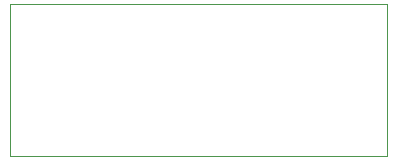
<source format=gm1>
G04 Layer_Color=16711935*
%FSLAX25Y25*%
%MOIN*%
G70*
G01*
G75*
%ADD83C,0.00200*%
D83*
X0Y0D02*
Y50787D01*
X125591D01*
Y0D02*
Y50787D01*
X0Y0D02*
X125591D01*
M02*

</source>
